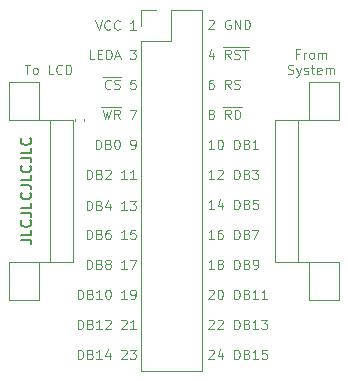
<source format=gbr>
%TF.GenerationSoftware,KiCad,Pcbnew,5.99.0-unknown-7565f60a0~106~ubuntu20.04.1*%
%TF.CreationDate,2020-12-13T15:13:58+00:00*%
%TF.ProjectId,24pin_flex_interposer,32347069-6e5f-4666-9c65-785f696e7465,rev?*%
%TF.SameCoordinates,Original*%
%TF.FileFunction,Legend,Top*%
%TF.FilePolarity,Positive*%
%FSLAX46Y46*%
G04 Gerber Fmt 4.6, Leading zero omitted, Abs format (unit mm)*
G04 Created by KiCad (PCBNEW 5.99.0-unknown-7565f60a0~106~ubuntu20.04.1) date 2020-12-13 15:13:58*
%MOMM*%
%LPD*%
G01*
G04 APERTURE LIST*
%ADD10C,0.150000*%
%ADD11C,0.100000*%
%ADD12C,0.120000*%
G04 APERTURE END LIST*
D10*
X100507142Y-93157142D02*
X101150000Y-93157142D01*
X101278571Y-93200000D01*
X101364285Y-93285714D01*
X101407142Y-93414285D01*
X101407142Y-93500000D01*
X101407142Y-92300000D02*
X101407142Y-92728571D01*
X100507142Y-92728571D01*
X101321428Y-91485714D02*
X101364285Y-91528571D01*
X101407142Y-91657142D01*
X101407142Y-91742857D01*
X101364285Y-91871428D01*
X101278571Y-91957142D01*
X101192857Y-92000000D01*
X101021428Y-92042857D01*
X100892857Y-92042857D01*
X100721428Y-92000000D01*
X100635714Y-91957142D01*
X100550000Y-91871428D01*
X100507142Y-91742857D01*
X100507142Y-91657142D01*
X100550000Y-91528571D01*
X100592857Y-91485714D01*
X100507142Y-90842857D02*
X101150000Y-90842857D01*
X101278571Y-90885714D01*
X101364285Y-90971428D01*
X101407142Y-91100000D01*
X101407142Y-91185714D01*
X101407142Y-89985714D02*
X101407142Y-90414285D01*
X100507142Y-90414285D01*
X101321428Y-89171428D02*
X101364285Y-89214285D01*
X101407142Y-89342857D01*
X101407142Y-89428571D01*
X101364285Y-89557142D01*
X101278571Y-89642857D01*
X101192857Y-89685714D01*
X101021428Y-89728571D01*
X100892857Y-89728571D01*
X100721428Y-89685714D01*
X100635714Y-89642857D01*
X100550000Y-89557142D01*
X100507142Y-89428571D01*
X100507142Y-89342857D01*
X100550000Y-89214285D01*
X100592857Y-89171428D01*
X100507142Y-88528571D02*
X101150000Y-88528571D01*
X101278571Y-88571428D01*
X101364285Y-88657142D01*
X101407142Y-88785714D01*
X101407142Y-88871428D01*
X101407142Y-87671428D02*
X101407142Y-88100000D01*
X100507142Y-88100000D01*
X101321428Y-86857142D02*
X101364285Y-86900000D01*
X101407142Y-87028571D01*
X101407142Y-87114285D01*
X101364285Y-87242857D01*
X101278571Y-87328571D01*
X101192857Y-87371428D01*
X101021428Y-87414285D01*
X100892857Y-87414285D01*
X100721428Y-87371428D01*
X100635714Y-87328571D01*
X100550000Y-87242857D01*
X100507142Y-87114285D01*
X100507142Y-87028571D01*
X100550000Y-86900000D01*
X100592857Y-86857142D01*
X100507142Y-86214285D02*
X101150000Y-86214285D01*
X101278571Y-86257142D01*
X101364285Y-86342857D01*
X101407142Y-86471428D01*
X101407142Y-86557142D01*
X101407142Y-85357142D02*
X101407142Y-85785714D01*
X100507142Y-85785714D01*
X101321428Y-84542857D02*
X101364285Y-84585714D01*
X101407142Y-84714285D01*
X101407142Y-84800000D01*
X101364285Y-84928571D01*
X101278571Y-85014285D01*
X101192857Y-85057142D01*
X101021428Y-85100000D01*
X100892857Y-85100000D01*
X100721428Y-85057142D01*
X100635714Y-85014285D01*
X100550000Y-84928571D01*
X100507142Y-84800000D01*
X100507142Y-84714285D01*
X100550000Y-84585714D01*
X100592857Y-84542857D01*
D11*
X124066428Y-77403857D02*
X123799761Y-77403857D01*
X123799761Y-77822904D02*
X123799761Y-77022904D01*
X124180714Y-77022904D01*
X124485476Y-77822904D02*
X124485476Y-77289571D01*
X124485476Y-77441952D02*
X124523571Y-77365761D01*
X124561666Y-77327666D01*
X124637857Y-77289571D01*
X124714047Y-77289571D01*
X125095000Y-77822904D02*
X125018809Y-77784809D01*
X124980714Y-77746714D01*
X124942619Y-77670523D01*
X124942619Y-77441952D01*
X124980714Y-77365761D01*
X125018809Y-77327666D01*
X125095000Y-77289571D01*
X125209285Y-77289571D01*
X125285476Y-77327666D01*
X125323571Y-77365761D01*
X125361666Y-77441952D01*
X125361666Y-77670523D01*
X125323571Y-77746714D01*
X125285476Y-77784809D01*
X125209285Y-77822904D01*
X125095000Y-77822904D01*
X125704523Y-77822904D02*
X125704523Y-77289571D01*
X125704523Y-77365761D02*
X125742619Y-77327666D01*
X125818809Y-77289571D01*
X125933095Y-77289571D01*
X126009285Y-77327666D01*
X126047380Y-77403857D01*
X126047380Y-77822904D01*
X126047380Y-77403857D02*
X126085476Y-77327666D01*
X126161666Y-77289571D01*
X126275952Y-77289571D01*
X126352142Y-77327666D01*
X126390238Y-77403857D01*
X126390238Y-77822904D01*
X123133095Y-79072809D02*
X123247380Y-79110904D01*
X123437857Y-79110904D01*
X123514047Y-79072809D01*
X123552142Y-79034714D01*
X123590238Y-78958523D01*
X123590238Y-78882333D01*
X123552142Y-78806142D01*
X123514047Y-78768047D01*
X123437857Y-78729952D01*
X123285476Y-78691857D01*
X123209285Y-78653761D01*
X123171190Y-78615666D01*
X123133095Y-78539476D01*
X123133095Y-78463285D01*
X123171190Y-78387095D01*
X123209285Y-78349000D01*
X123285476Y-78310904D01*
X123475952Y-78310904D01*
X123590238Y-78349000D01*
X123856904Y-78577571D02*
X124047380Y-79110904D01*
X124237857Y-78577571D02*
X124047380Y-79110904D01*
X123971190Y-79301380D01*
X123933095Y-79339476D01*
X123856904Y-79377571D01*
X124504523Y-79072809D02*
X124580714Y-79110904D01*
X124733095Y-79110904D01*
X124809285Y-79072809D01*
X124847380Y-78996619D01*
X124847380Y-78958523D01*
X124809285Y-78882333D01*
X124733095Y-78844238D01*
X124618809Y-78844238D01*
X124542619Y-78806142D01*
X124504523Y-78729952D01*
X124504523Y-78691857D01*
X124542619Y-78615666D01*
X124618809Y-78577571D01*
X124733095Y-78577571D01*
X124809285Y-78615666D01*
X125075952Y-78577571D02*
X125380714Y-78577571D01*
X125190238Y-78310904D02*
X125190238Y-78996619D01*
X125228333Y-79072809D01*
X125304523Y-79110904D01*
X125380714Y-79110904D01*
X125952142Y-79072809D02*
X125875952Y-79110904D01*
X125723571Y-79110904D01*
X125647380Y-79072809D01*
X125609285Y-78996619D01*
X125609285Y-78691857D01*
X125647380Y-78615666D01*
X125723571Y-78577571D01*
X125875952Y-78577571D01*
X125952142Y-78615666D01*
X125990238Y-78691857D01*
X125990238Y-78768047D01*
X125609285Y-78844238D01*
X126333095Y-79110904D02*
X126333095Y-78577571D01*
X126333095Y-78653761D02*
X126371190Y-78615666D01*
X126447380Y-78577571D01*
X126561666Y-78577571D01*
X126637857Y-78615666D01*
X126675952Y-78691857D01*
X126675952Y-79110904D01*
X126675952Y-78691857D02*
X126714047Y-78615666D01*
X126790238Y-78577571D01*
X126904523Y-78577571D01*
X126980714Y-78615666D01*
X127018809Y-78691857D01*
X127018809Y-79110904D01*
X100850952Y-78301904D02*
X101308095Y-78301904D01*
X101079523Y-79101904D02*
X101079523Y-78301904D01*
X101689047Y-79101904D02*
X101612857Y-79063809D01*
X101574761Y-79025714D01*
X101536666Y-78949523D01*
X101536666Y-78720952D01*
X101574761Y-78644761D01*
X101612857Y-78606666D01*
X101689047Y-78568571D01*
X101803333Y-78568571D01*
X101879523Y-78606666D01*
X101917619Y-78644761D01*
X101955714Y-78720952D01*
X101955714Y-78949523D01*
X101917619Y-79025714D01*
X101879523Y-79063809D01*
X101803333Y-79101904D01*
X101689047Y-79101904D01*
X103289047Y-79101904D02*
X102908095Y-79101904D01*
X102908095Y-78301904D01*
X104012857Y-79025714D02*
X103974761Y-79063809D01*
X103860476Y-79101904D01*
X103784285Y-79101904D01*
X103670000Y-79063809D01*
X103593809Y-78987619D01*
X103555714Y-78911428D01*
X103517619Y-78759047D01*
X103517619Y-78644761D01*
X103555714Y-78492380D01*
X103593809Y-78416190D01*
X103670000Y-78340000D01*
X103784285Y-78301904D01*
X103860476Y-78301904D01*
X103974761Y-78340000D01*
X104012857Y-78378095D01*
X104355714Y-79101904D02*
X104355714Y-78301904D01*
X104546190Y-78301904D01*
X104660476Y-78340000D01*
X104736666Y-78416190D01*
X104774761Y-78492380D01*
X104812857Y-78644761D01*
X104812857Y-78759047D01*
X104774761Y-78911428D01*
X104736666Y-78987619D01*
X104660476Y-79063809D01*
X104546190Y-79101904D01*
X104355714Y-79101904D01*
X116422380Y-102508095D02*
X116460476Y-102470000D01*
X116536666Y-102431904D01*
X116727142Y-102431904D01*
X116803333Y-102470000D01*
X116841428Y-102508095D01*
X116879523Y-102584285D01*
X116879523Y-102660476D01*
X116841428Y-102774761D01*
X116384285Y-103231904D01*
X116879523Y-103231904D01*
X117565238Y-102698571D02*
X117565238Y-103231904D01*
X117374761Y-102393809D02*
X117184285Y-102965238D01*
X117679523Y-102965238D01*
X118593809Y-103231904D02*
X118593809Y-102431904D01*
X118784285Y-102431904D01*
X118898571Y-102470000D01*
X118974761Y-102546190D01*
X119012857Y-102622380D01*
X119050952Y-102774761D01*
X119050952Y-102889047D01*
X119012857Y-103041428D01*
X118974761Y-103117619D01*
X118898571Y-103193809D01*
X118784285Y-103231904D01*
X118593809Y-103231904D01*
X119660476Y-102812857D02*
X119774761Y-102850952D01*
X119812857Y-102889047D01*
X119850952Y-102965238D01*
X119850952Y-103079523D01*
X119812857Y-103155714D01*
X119774761Y-103193809D01*
X119698571Y-103231904D01*
X119393809Y-103231904D01*
X119393809Y-102431904D01*
X119660476Y-102431904D01*
X119736666Y-102470000D01*
X119774761Y-102508095D01*
X119812857Y-102584285D01*
X119812857Y-102660476D01*
X119774761Y-102736666D01*
X119736666Y-102774761D01*
X119660476Y-102812857D01*
X119393809Y-102812857D01*
X120612857Y-103231904D02*
X120155714Y-103231904D01*
X120384285Y-103231904D02*
X120384285Y-102431904D01*
X120308095Y-102546190D01*
X120231904Y-102622380D01*
X120155714Y-102660476D01*
X121336666Y-102431904D02*
X120955714Y-102431904D01*
X120917619Y-102812857D01*
X120955714Y-102774761D01*
X121031904Y-102736666D01*
X121222380Y-102736666D01*
X121298571Y-102774761D01*
X121336666Y-102812857D01*
X121374761Y-102889047D01*
X121374761Y-103079523D01*
X121336666Y-103155714D01*
X121298571Y-103193809D01*
X121222380Y-103231904D01*
X121031904Y-103231904D01*
X120955714Y-103193809D01*
X120917619Y-103155714D01*
X116422380Y-99968095D02*
X116460476Y-99930000D01*
X116536666Y-99891904D01*
X116727142Y-99891904D01*
X116803333Y-99930000D01*
X116841428Y-99968095D01*
X116879523Y-100044285D01*
X116879523Y-100120476D01*
X116841428Y-100234761D01*
X116384285Y-100691904D01*
X116879523Y-100691904D01*
X117184285Y-99968095D02*
X117222380Y-99930000D01*
X117298571Y-99891904D01*
X117489047Y-99891904D01*
X117565238Y-99930000D01*
X117603333Y-99968095D01*
X117641428Y-100044285D01*
X117641428Y-100120476D01*
X117603333Y-100234761D01*
X117146190Y-100691904D01*
X117641428Y-100691904D01*
X118593809Y-100691904D02*
X118593809Y-99891904D01*
X118784285Y-99891904D01*
X118898571Y-99930000D01*
X118974761Y-100006190D01*
X119012857Y-100082380D01*
X119050952Y-100234761D01*
X119050952Y-100349047D01*
X119012857Y-100501428D01*
X118974761Y-100577619D01*
X118898571Y-100653809D01*
X118784285Y-100691904D01*
X118593809Y-100691904D01*
X119660476Y-100272857D02*
X119774761Y-100310952D01*
X119812857Y-100349047D01*
X119850952Y-100425238D01*
X119850952Y-100539523D01*
X119812857Y-100615714D01*
X119774761Y-100653809D01*
X119698571Y-100691904D01*
X119393809Y-100691904D01*
X119393809Y-99891904D01*
X119660476Y-99891904D01*
X119736666Y-99930000D01*
X119774761Y-99968095D01*
X119812857Y-100044285D01*
X119812857Y-100120476D01*
X119774761Y-100196666D01*
X119736666Y-100234761D01*
X119660476Y-100272857D01*
X119393809Y-100272857D01*
X120612857Y-100691904D02*
X120155714Y-100691904D01*
X120384285Y-100691904D02*
X120384285Y-99891904D01*
X120308095Y-100006190D01*
X120231904Y-100082380D01*
X120155714Y-100120476D01*
X120879523Y-99891904D02*
X121374761Y-99891904D01*
X121108095Y-100196666D01*
X121222380Y-100196666D01*
X121298571Y-100234761D01*
X121336666Y-100272857D01*
X121374761Y-100349047D01*
X121374761Y-100539523D01*
X121336666Y-100615714D01*
X121298571Y-100653809D01*
X121222380Y-100691904D01*
X120993809Y-100691904D01*
X120917619Y-100653809D01*
X120879523Y-100615714D01*
X116422380Y-97428095D02*
X116460476Y-97390000D01*
X116536666Y-97351904D01*
X116727142Y-97351904D01*
X116803333Y-97390000D01*
X116841428Y-97428095D01*
X116879523Y-97504285D01*
X116879523Y-97580476D01*
X116841428Y-97694761D01*
X116384285Y-98151904D01*
X116879523Y-98151904D01*
X117374761Y-97351904D02*
X117450952Y-97351904D01*
X117527142Y-97390000D01*
X117565238Y-97428095D01*
X117603333Y-97504285D01*
X117641428Y-97656666D01*
X117641428Y-97847142D01*
X117603333Y-97999523D01*
X117565238Y-98075714D01*
X117527142Y-98113809D01*
X117450952Y-98151904D01*
X117374761Y-98151904D01*
X117298571Y-98113809D01*
X117260476Y-98075714D01*
X117222380Y-97999523D01*
X117184285Y-97847142D01*
X117184285Y-97656666D01*
X117222380Y-97504285D01*
X117260476Y-97428095D01*
X117298571Y-97390000D01*
X117374761Y-97351904D01*
X118593809Y-98151904D02*
X118593809Y-97351904D01*
X118784285Y-97351904D01*
X118898571Y-97390000D01*
X118974761Y-97466190D01*
X119012857Y-97542380D01*
X119050952Y-97694761D01*
X119050952Y-97809047D01*
X119012857Y-97961428D01*
X118974761Y-98037619D01*
X118898571Y-98113809D01*
X118784285Y-98151904D01*
X118593809Y-98151904D01*
X119660476Y-97732857D02*
X119774761Y-97770952D01*
X119812857Y-97809047D01*
X119850952Y-97885238D01*
X119850952Y-97999523D01*
X119812857Y-98075714D01*
X119774761Y-98113809D01*
X119698571Y-98151904D01*
X119393809Y-98151904D01*
X119393809Y-97351904D01*
X119660476Y-97351904D01*
X119736666Y-97390000D01*
X119774761Y-97428095D01*
X119812857Y-97504285D01*
X119812857Y-97580476D01*
X119774761Y-97656666D01*
X119736666Y-97694761D01*
X119660476Y-97732857D01*
X119393809Y-97732857D01*
X120612857Y-98151904D02*
X120155714Y-98151904D01*
X120384285Y-98151904D02*
X120384285Y-97351904D01*
X120308095Y-97466190D01*
X120231904Y-97542380D01*
X120155714Y-97580476D01*
X121374761Y-98151904D02*
X120917619Y-98151904D01*
X121146190Y-98151904D02*
X121146190Y-97351904D01*
X121070000Y-97466190D01*
X120993809Y-97542380D01*
X120917619Y-97580476D01*
X116879523Y-95611904D02*
X116422380Y-95611904D01*
X116650952Y-95611904D02*
X116650952Y-94811904D01*
X116574761Y-94926190D01*
X116498571Y-95002380D01*
X116422380Y-95040476D01*
X117336666Y-95154761D02*
X117260476Y-95116666D01*
X117222380Y-95078571D01*
X117184285Y-95002380D01*
X117184285Y-94964285D01*
X117222380Y-94888095D01*
X117260476Y-94850000D01*
X117336666Y-94811904D01*
X117489047Y-94811904D01*
X117565238Y-94850000D01*
X117603333Y-94888095D01*
X117641428Y-94964285D01*
X117641428Y-95002380D01*
X117603333Y-95078571D01*
X117565238Y-95116666D01*
X117489047Y-95154761D01*
X117336666Y-95154761D01*
X117260476Y-95192857D01*
X117222380Y-95230952D01*
X117184285Y-95307142D01*
X117184285Y-95459523D01*
X117222380Y-95535714D01*
X117260476Y-95573809D01*
X117336666Y-95611904D01*
X117489047Y-95611904D01*
X117565238Y-95573809D01*
X117603333Y-95535714D01*
X117641428Y-95459523D01*
X117641428Y-95307142D01*
X117603333Y-95230952D01*
X117565238Y-95192857D01*
X117489047Y-95154761D01*
X118593809Y-95611904D02*
X118593809Y-94811904D01*
X118784285Y-94811904D01*
X118898571Y-94850000D01*
X118974761Y-94926190D01*
X119012857Y-95002380D01*
X119050952Y-95154761D01*
X119050952Y-95269047D01*
X119012857Y-95421428D01*
X118974761Y-95497619D01*
X118898571Y-95573809D01*
X118784285Y-95611904D01*
X118593809Y-95611904D01*
X119660476Y-95192857D02*
X119774761Y-95230952D01*
X119812857Y-95269047D01*
X119850952Y-95345238D01*
X119850952Y-95459523D01*
X119812857Y-95535714D01*
X119774761Y-95573809D01*
X119698571Y-95611904D01*
X119393809Y-95611904D01*
X119393809Y-94811904D01*
X119660476Y-94811904D01*
X119736666Y-94850000D01*
X119774761Y-94888095D01*
X119812857Y-94964285D01*
X119812857Y-95040476D01*
X119774761Y-95116666D01*
X119736666Y-95154761D01*
X119660476Y-95192857D01*
X119393809Y-95192857D01*
X120231904Y-95611904D02*
X120384285Y-95611904D01*
X120460476Y-95573809D01*
X120498571Y-95535714D01*
X120574761Y-95421428D01*
X120612857Y-95269047D01*
X120612857Y-94964285D01*
X120574761Y-94888095D01*
X120536666Y-94850000D01*
X120460476Y-94811904D01*
X120308095Y-94811904D01*
X120231904Y-94850000D01*
X120193809Y-94888095D01*
X120155714Y-94964285D01*
X120155714Y-95154761D01*
X120193809Y-95230952D01*
X120231904Y-95269047D01*
X120308095Y-95307142D01*
X120460476Y-95307142D01*
X120536666Y-95269047D01*
X120574761Y-95230952D01*
X120612857Y-95154761D01*
X116879523Y-93071904D02*
X116422380Y-93071904D01*
X116650952Y-93071904D02*
X116650952Y-92271904D01*
X116574761Y-92386190D01*
X116498571Y-92462380D01*
X116422380Y-92500476D01*
X117565238Y-92271904D02*
X117412857Y-92271904D01*
X117336666Y-92310000D01*
X117298571Y-92348095D01*
X117222380Y-92462380D01*
X117184285Y-92614761D01*
X117184285Y-92919523D01*
X117222380Y-92995714D01*
X117260476Y-93033809D01*
X117336666Y-93071904D01*
X117489047Y-93071904D01*
X117565238Y-93033809D01*
X117603333Y-92995714D01*
X117641428Y-92919523D01*
X117641428Y-92729047D01*
X117603333Y-92652857D01*
X117565238Y-92614761D01*
X117489047Y-92576666D01*
X117336666Y-92576666D01*
X117260476Y-92614761D01*
X117222380Y-92652857D01*
X117184285Y-92729047D01*
X118593809Y-93071904D02*
X118593809Y-92271904D01*
X118784285Y-92271904D01*
X118898571Y-92310000D01*
X118974761Y-92386190D01*
X119012857Y-92462380D01*
X119050952Y-92614761D01*
X119050952Y-92729047D01*
X119012857Y-92881428D01*
X118974761Y-92957619D01*
X118898571Y-93033809D01*
X118784285Y-93071904D01*
X118593809Y-93071904D01*
X119660476Y-92652857D02*
X119774761Y-92690952D01*
X119812857Y-92729047D01*
X119850952Y-92805238D01*
X119850952Y-92919523D01*
X119812857Y-92995714D01*
X119774761Y-93033809D01*
X119698571Y-93071904D01*
X119393809Y-93071904D01*
X119393809Y-92271904D01*
X119660476Y-92271904D01*
X119736666Y-92310000D01*
X119774761Y-92348095D01*
X119812857Y-92424285D01*
X119812857Y-92500476D01*
X119774761Y-92576666D01*
X119736666Y-92614761D01*
X119660476Y-92652857D01*
X119393809Y-92652857D01*
X120117619Y-92271904D02*
X120650952Y-92271904D01*
X120308095Y-93071904D01*
X116879523Y-90531904D02*
X116422380Y-90531904D01*
X116650952Y-90531904D02*
X116650952Y-89731904D01*
X116574761Y-89846190D01*
X116498571Y-89922380D01*
X116422380Y-89960476D01*
X117565238Y-89998571D02*
X117565238Y-90531904D01*
X117374761Y-89693809D02*
X117184285Y-90265238D01*
X117679523Y-90265238D01*
X118593809Y-90531904D02*
X118593809Y-89731904D01*
X118784285Y-89731904D01*
X118898571Y-89770000D01*
X118974761Y-89846190D01*
X119012857Y-89922380D01*
X119050952Y-90074761D01*
X119050952Y-90189047D01*
X119012857Y-90341428D01*
X118974761Y-90417619D01*
X118898571Y-90493809D01*
X118784285Y-90531904D01*
X118593809Y-90531904D01*
X119660476Y-90112857D02*
X119774761Y-90150952D01*
X119812857Y-90189047D01*
X119850952Y-90265238D01*
X119850952Y-90379523D01*
X119812857Y-90455714D01*
X119774761Y-90493809D01*
X119698571Y-90531904D01*
X119393809Y-90531904D01*
X119393809Y-89731904D01*
X119660476Y-89731904D01*
X119736666Y-89770000D01*
X119774761Y-89808095D01*
X119812857Y-89884285D01*
X119812857Y-89960476D01*
X119774761Y-90036666D01*
X119736666Y-90074761D01*
X119660476Y-90112857D01*
X119393809Y-90112857D01*
X120574761Y-89731904D02*
X120193809Y-89731904D01*
X120155714Y-90112857D01*
X120193809Y-90074761D01*
X120270000Y-90036666D01*
X120460476Y-90036666D01*
X120536666Y-90074761D01*
X120574761Y-90112857D01*
X120612857Y-90189047D01*
X120612857Y-90379523D01*
X120574761Y-90455714D01*
X120536666Y-90493809D01*
X120460476Y-90531904D01*
X120270000Y-90531904D01*
X120193809Y-90493809D01*
X120155714Y-90455714D01*
X116879523Y-87991904D02*
X116422380Y-87991904D01*
X116650952Y-87991904D02*
X116650952Y-87191904D01*
X116574761Y-87306190D01*
X116498571Y-87382380D01*
X116422380Y-87420476D01*
X117184285Y-87268095D02*
X117222380Y-87230000D01*
X117298571Y-87191904D01*
X117489047Y-87191904D01*
X117565238Y-87230000D01*
X117603333Y-87268095D01*
X117641428Y-87344285D01*
X117641428Y-87420476D01*
X117603333Y-87534761D01*
X117146190Y-87991904D01*
X117641428Y-87991904D01*
X118593809Y-87991904D02*
X118593809Y-87191904D01*
X118784285Y-87191904D01*
X118898571Y-87230000D01*
X118974761Y-87306190D01*
X119012857Y-87382380D01*
X119050952Y-87534761D01*
X119050952Y-87649047D01*
X119012857Y-87801428D01*
X118974761Y-87877619D01*
X118898571Y-87953809D01*
X118784285Y-87991904D01*
X118593809Y-87991904D01*
X119660476Y-87572857D02*
X119774761Y-87610952D01*
X119812857Y-87649047D01*
X119850952Y-87725238D01*
X119850952Y-87839523D01*
X119812857Y-87915714D01*
X119774761Y-87953809D01*
X119698571Y-87991904D01*
X119393809Y-87991904D01*
X119393809Y-87191904D01*
X119660476Y-87191904D01*
X119736666Y-87230000D01*
X119774761Y-87268095D01*
X119812857Y-87344285D01*
X119812857Y-87420476D01*
X119774761Y-87496666D01*
X119736666Y-87534761D01*
X119660476Y-87572857D01*
X119393809Y-87572857D01*
X120117619Y-87191904D02*
X120612857Y-87191904D01*
X120346190Y-87496666D01*
X120460476Y-87496666D01*
X120536666Y-87534761D01*
X120574761Y-87572857D01*
X120612857Y-87649047D01*
X120612857Y-87839523D01*
X120574761Y-87915714D01*
X120536666Y-87953809D01*
X120460476Y-87991904D01*
X120231904Y-87991904D01*
X120155714Y-87953809D01*
X120117619Y-87915714D01*
X116879523Y-85451904D02*
X116422380Y-85451904D01*
X116650952Y-85451904D02*
X116650952Y-84651904D01*
X116574761Y-84766190D01*
X116498571Y-84842380D01*
X116422380Y-84880476D01*
X117374761Y-84651904D02*
X117450952Y-84651904D01*
X117527142Y-84690000D01*
X117565238Y-84728095D01*
X117603333Y-84804285D01*
X117641428Y-84956666D01*
X117641428Y-85147142D01*
X117603333Y-85299523D01*
X117565238Y-85375714D01*
X117527142Y-85413809D01*
X117450952Y-85451904D01*
X117374761Y-85451904D01*
X117298571Y-85413809D01*
X117260476Y-85375714D01*
X117222380Y-85299523D01*
X117184285Y-85147142D01*
X117184285Y-84956666D01*
X117222380Y-84804285D01*
X117260476Y-84728095D01*
X117298571Y-84690000D01*
X117374761Y-84651904D01*
X118593809Y-85451904D02*
X118593809Y-84651904D01*
X118784285Y-84651904D01*
X118898571Y-84690000D01*
X118974761Y-84766190D01*
X119012857Y-84842380D01*
X119050952Y-84994761D01*
X119050952Y-85109047D01*
X119012857Y-85261428D01*
X118974761Y-85337619D01*
X118898571Y-85413809D01*
X118784285Y-85451904D01*
X118593809Y-85451904D01*
X119660476Y-85032857D02*
X119774761Y-85070952D01*
X119812857Y-85109047D01*
X119850952Y-85185238D01*
X119850952Y-85299523D01*
X119812857Y-85375714D01*
X119774761Y-85413809D01*
X119698571Y-85451904D01*
X119393809Y-85451904D01*
X119393809Y-84651904D01*
X119660476Y-84651904D01*
X119736666Y-84690000D01*
X119774761Y-84728095D01*
X119812857Y-84804285D01*
X119812857Y-84880476D01*
X119774761Y-84956666D01*
X119736666Y-84994761D01*
X119660476Y-85032857D01*
X119393809Y-85032857D01*
X120612857Y-85451904D02*
X120155714Y-85451904D01*
X120384285Y-85451904D02*
X120384285Y-84651904D01*
X120308095Y-84766190D01*
X120231904Y-84842380D01*
X120155714Y-84880476D01*
X116574761Y-82454761D02*
X116498571Y-82416666D01*
X116460476Y-82378571D01*
X116422380Y-82302380D01*
X116422380Y-82264285D01*
X116460476Y-82188095D01*
X116498571Y-82150000D01*
X116574761Y-82111904D01*
X116727142Y-82111904D01*
X116803333Y-82150000D01*
X116841428Y-82188095D01*
X116879523Y-82264285D01*
X116879523Y-82302380D01*
X116841428Y-82378571D01*
X116803333Y-82416666D01*
X116727142Y-82454761D01*
X116574761Y-82454761D01*
X116498571Y-82492857D01*
X116460476Y-82530952D01*
X116422380Y-82607142D01*
X116422380Y-82759523D01*
X116460476Y-82835714D01*
X116498571Y-82873809D01*
X116574761Y-82911904D01*
X116727142Y-82911904D01*
X116803333Y-82873809D01*
X116841428Y-82835714D01*
X116879523Y-82759523D01*
X116879523Y-82607142D01*
X116841428Y-82530952D01*
X116803333Y-82492857D01*
X116727142Y-82454761D01*
X117641428Y-81886000D02*
X118441428Y-81886000D01*
X118289047Y-82911904D02*
X118022380Y-82530952D01*
X117831904Y-82911904D02*
X117831904Y-82111904D01*
X118136666Y-82111904D01*
X118212857Y-82150000D01*
X118250952Y-82188095D01*
X118289047Y-82264285D01*
X118289047Y-82378571D01*
X118250952Y-82454761D01*
X118212857Y-82492857D01*
X118136666Y-82530952D01*
X117831904Y-82530952D01*
X118441428Y-81886000D02*
X119241428Y-81886000D01*
X118631904Y-82911904D02*
X118631904Y-82111904D01*
X118822380Y-82111904D01*
X118936666Y-82150000D01*
X119012857Y-82226190D01*
X119050952Y-82302380D01*
X119089047Y-82454761D01*
X119089047Y-82569047D01*
X119050952Y-82721428D01*
X119012857Y-82797619D01*
X118936666Y-82873809D01*
X118822380Y-82911904D01*
X118631904Y-82911904D01*
X116803333Y-79571904D02*
X116650952Y-79571904D01*
X116574761Y-79610000D01*
X116536666Y-79648095D01*
X116460476Y-79762380D01*
X116422380Y-79914761D01*
X116422380Y-80219523D01*
X116460476Y-80295714D01*
X116498571Y-80333809D01*
X116574761Y-80371904D01*
X116727142Y-80371904D01*
X116803333Y-80333809D01*
X116841428Y-80295714D01*
X116879523Y-80219523D01*
X116879523Y-80029047D01*
X116841428Y-79952857D01*
X116803333Y-79914761D01*
X116727142Y-79876666D01*
X116574761Y-79876666D01*
X116498571Y-79914761D01*
X116460476Y-79952857D01*
X116422380Y-80029047D01*
X118289047Y-80371904D02*
X118022380Y-79990952D01*
X117831904Y-80371904D02*
X117831904Y-79571904D01*
X118136666Y-79571904D01*
X118212857Y-79610000D01*
X118250952Y-79648095D01*
X118289047Y-79724285D01*
X118289047Y-79838571D01*
X118250952Y-79914761D01*
X118212857Y-79952857D01*
X118136666Y-79990952D01*
X117831904Y-79990952D01*
X118593809Y-80333809D02*
X118708095Y-80371904D01*
X118898571Y-80371904D01*
X118974761Y-80333809D01*
X119012857Y-80295714D01*
X119050952Y-80219523D01*
X119050952Y-80143333D01*
X119012857Y-80067142D01*
X118974761Y-80029047D01*
X118898571Y-79990952D01*
X118746190Y-79952857D01*
X118670000Y-79914761D01*
X118631904Y-79876666D01*
X118593809Y-79800476D01*
X118593809Y-79724285D01*
X118631904Y-79648095D01*
X118670000Y-79610000D01*
X118746190Y-79571904D01*
X118936666Y-79571904D01*
X119050952Y-79610000D01*
X116422380Y-74568095D02*
X116460476Y-74530000D01*
X116536666Y-74491904D01*
X116727142Y-74491904D01*
X116803333Y-74530000D01*
X116841428Y-74568095D01*
X116879523Y-74644285D01*
X116879523Y-74720476D01*
X116841428Y-74834761D01*
X116384285Y-75291904D01*
X116879523Y-75291904D01*
X118250952Y-74530000D02*
X118174761Y-74491904D01*
X118060476Y-74491904D01*
X117946190Y-74530000D01*
X117870000Y-74606190D01*
X117831904Y-74682380D01*
X117793809Y-74834761D01*
X117793809Y-74949047D01*
X117831904Y-75101428D01*
X117870000Y-75177619D01*
X117946190Y-75253809D01*
X118060476Y-75291904D01*
X118136666Y-75291904D01*
X118250952Y-75253809D01*
X118289047Y-75215714D01*
X118289047Y-74949047D01*
X118136666Y-74949047D01*
X118631904Y-75291904D02*
X118631904Y-74491904D01*
X119089047Y-75291904D01*
X119089047Y-74491904D01*
X119470000Y-75291904D02*
X119470000Y-74491904D01*
X119660476Y-74491904D01*
X119774761Y-74530000D01*
X119850952Y-74606190D01*
X119889047Y-74682380D01*
X119927142Y-74834761D01*
X119927142Y-74949047D01*
X119889047Y-75101428D01*
X119850952Y-75177619D01*
X119774761Y-75253809D01*
X119660476Y-75291904D01*
X119470000Y-75291904D01*
X116803333Y-77298571D02*
X116803333Y-77831904D01*
X116612857Y-76993809D02*
X116422380Y-77565238D01*
X116917619Y-77565238D01*
X117641428Y-76806000D02*
X118441428Y-76806000D01*
X118289047Y-77831904D02*
X118022380Y-77450952D01*
X117831904Y-77831904D02*
X117831904Y-77031904D01*
X118136666Y-77031904D01*
X118212857Y-77070000D01*
X118250952Y-77108095D01*
X118289047Y-77184285D01*
X118289047Y-77298571D01*
X118250952Y-77374761D01*
X118212857Y-77412857D01*
X118136666Y-77450952D01*
X117831904Y-77450952D01*
X118441428Y-76806000D02*
X119203333Y-76806000D01*
X118593809Y-77793809D02*
X118708095Y-77831904D01*
X118898571Y-77831904D01*
X118974761Y-77793809D01*
X119012857Y-77755714D01*
X119050952Y-77679523D01*
X119050952Y-77603333D01*
X119012857Y-77527142D01*
X118974761Y-77489047D01*
X118898571Y-77450952D01*
X118746190Y-77412857D01*
X118670000Y-77374761D01*
X118631904Y-77336666D01*
X118593809Y-77260476D01*
X118593809Y-77184285D01*
X118631904Y-77108095D01*
X118670000Y-77070000D01*
X118746190Y-77031904D01*
X118936666Y-77031904D01*
X119050952Y-77070000D01*
X119203333Y-76806000D02*
X119812857Y-76806000D01*
X119279523Y-77031904D02*
X119736666Y-77031904D01*
X119508095Y-77831904D02*
X119508095Y-77031904D01*
X105358333Y-103231904D02*
X105358333Y-102431904D01*
X105548809Y-102431904D01*
X105663095Y-102470000D01*
X105739285Y-102546190D01*
X105777380Y-102622380D01*
X105815476Y-102774761D01*
X105815476Y-102889047D01*
X105777380Y-103041428D01*
X105739285Y-103117619D01*
X105663095Y-103193809D01*
X105548809Y-103231904D01*
X105358333Y-103231904D01*
X106425000Y-102812857D02*
X106539285Y-102850952D01*
X106577380Y-102889047D01*
X106615476Y-102965238D01*
X106615476Y-103079523D01*
X106577380Y-103155714D01*
X106539285Y-103193809D01*
X106463095Y-103231904D01*
X106158333Y-103231904D01*
X106158333Y-102431904D01*
X106425000Y-102431904D01*
X106501190Y-102470000D01*
X106539285Y-102508095D01*
X106577380Y-102584285D01*
X106577380Y-102660476D01*
X106539285Y-102736666D01*
X106501190Y-102774761D01*
X106425000Y-102812857D01*
X106158333Y-102812857D01*
X107377380Y-103231904D02*
X106920238Y-103231904D01*
X107148809Y-103231904D02*
X107148809Y-102431904D01*
X107072619Y-102546190D01*
X106996428Y-102622380D01*
X106920238Y-102660476D01*
X108063095Y-102698571D02*
X108063095Y-103231904D01*
X107872619Y-102393809D02*
X107682142Y-102965238D01*
X108177380Y-102965238D01*
X109053571Y-102508095D02*
X109091666Y-102470000D01*
X109167857Y-102431904D01*
X109358333Y-102431904D01*
X109434523Y-102470000D01*
X109472619Y-102508095D01*
X109510714Y-102584285D01*
X109510714Y-102660476D01*
X109472619Y-102774761D01*
X109015476Y-103231904D01*
X109510714Y-103231904D01*
X109777380Y-102431904D02*
X110272619Y-102431904D01*
X110005952Y-102736666D01*
X110120238Y-102736666D01*
X110196428Y-102774761D01*
X110234523Y-102812857D01*
X110272619Y-102889047D01*
X110272619Y-103079523D01*
X110234523Y-103155714D01*
X110196428Y-103193809D01*
X110120238Y-103231904D01*
X109891666Y-103231904D01*
X109815476Y-103193809D01*
X109777380Y-103155714D01*
X105358333Y-100691904D02*
X105358333Y-99891904D01*
X105548809Y-99891904D01*
X105663095Y-99930000D01*
X105739285Y-100006190D01*
X105777380Y-100082380D01*
X105815476Y-100234761D01*
X105815476Y-100349047D01*
X105777380Y-100501428D01*
X105739285Y-100577619D01*
X105663095Y-100653809D01*
X105548809Y-100691904D01*
X105358333Y-100691904D01*
X106425000Y-100272857D02*
X106539285Y-100310952D01*
X106577380Y-100349047D01*
X106615476Y-100425238D01*
X106615476Y-100539523D01*
X106577380Y-100615714D01*
X106539285Y-100653809D01*
X106463095Y-100691904D01*
X106158333Y-100691904D01*
X106158333Y-99891904D01*
X106425000Y-99891904D01*
X106501190Y-99930000D01*
X106539285Y-99968095D01*
X106577380Y-100044285D01*
X106577380Y-100120476D01*
X106539285Y-100196666D01*
X106501190Y-100234761D01*
X106425000Y-100272857D01*
X106158333Y-100272857D01*
X107377380Y-100691904D02*
X106920238Y-100691904D01*
X107148809Y-100691904D02*
X107148809Y-99891904D01*
X107072619Y-100006190D01*
X106996428Y-100082380D01*
X106920238Y-100120476D01*
X107682142Y-99968095D02*
X107720238Y-99930000D01*
X107796428Y-99891904D01*
X107986904Y-99891904D01*
X108063095Y-99930000D01*
X108101190Y-99968095D01*
X108139285Y-100044285D01*
X108139285Y-100120476D01*
X108101190Y-100234761D01*
X107644047Y-100691904D01*
X108139285Y-100691904D01*
X109053571Y-99968095D02*
X109091666Y-99930000D01*
X109167857Y-99891904D01*
X109358333Y-99891904D01*
X109434523Y-99930000D01*
X109472619Y-99968095D01*
X109510714Y-100044285D01*
X109510714Y-100120476D01*
X109472619Y-100234761D01*
X109015476Y-100691904D01*
X109510714Y-100691904D01*
X110272619Y-100691904D02*
X109815476Y-100691904D01*
X110044047Y-100691904D02*
X110044047Y-99891904D01*
X109967857Y-100006190D01*
X109891666Y-100082380D01*
X109815476Y-100120476D01*
X105358333Y-98151904D02*
X105358333Y-97351904D01*
X105548809Y-97351904D01*
X105663095Y-97390000D01*
X105739285Y-97466190D01*
X105777380Y-97542380D01*
X105815476Y-97694761D01*
X105815476Y-97809047D01*
X105777380Y-97961428D01*
X105739285Y-98037619D01*
X105663095Y-98113809D01*
X105548809Y-98151904D01*
X105358333Y-98151904D01*
X106425000Y-97732857D02*
X106539285Y-97770952D01*
X106577380Y-97809047D01*
X106615476Y-97885238D01*
X106615476Y-97999523D01*
X106577380Y-98075714D01*
X106539285Y-98113809D01*
X106463095Y-98151904D01*
X106158333Y-98151904D01*
X106158333Y-97351904D01*
X106425000Y-97351904D01*
X106501190Y-97390000D01*
X106539285Y-97428095D01*
X106577380Y-97504285D01*
X106577380Y-97580476D01*
X106539285Y-97656666D01*
X106501190Y-97694761D01*
X106425000Y-97732857D01*
X106158333Y-97732857D01*
X107377380Y-98151904D02*
X106920238Y-98151904D01*
X107148809Y-98151904D02*
X107148809Y-97351904D01*
X107072619Y-97466190D01*
X106996428Y-97542380D01*
X106920238Y-97580476D01*
X107872619Y-97351904D02*
X107948809Y-97351904D01*
X108025000Y-97390000D01*
X108063095Y-97428095D01*
X108101190Y-97504285D01*
X108139285Y-97656666D01*
X108139285Y-97847142D01*
X108101190Y-97999523D01*
X108063095Y-98075714D01*
X108025000Y-98113809D01*
X107948809Y-98151904D01*
X107872619Y-98151904D01*
X107796428Y-98113809D01*
X107758333Y-98075714D01*
X107720238Y-97999523D01*
X107682142Y-97847142D01*
X107682142Y-97656666D01*
X107720238Y-97504285D01*
X107758333Y-97428095D01*
X107796428Y-97390000D01*
X107872619Y-97351904D01*
X109510714Y-98151904D02*
X109053571Y-98151904D01*
X109282142Y-98151904D02*
X109282142Y-97351904D01*
X109205952Y-97466190D01*
X109129761Y-97542380D01*
X109053571Y-97580476D01*
X109891666Y-98151904D02*
X110044047Y-98151904D01*
X110120238Y-98113809D01*
X110158333Y-98075714D01*
X110234523Y-97961428D01*
X110272619Y-97809047D01*
X110272619Y-97504285D01*
X110234523Y-97428095D01*
X110196428Y-97390000D01*
X110120238Y-97351904D01*
X109967857Y-97351904D01*
X109891666Y-97390000D01*
X109853571Y-97428095D01*
X109815476Y-97504285D01*
X109815476Y-97694761D01*
X109853571Y-97770952D01*
X109891666Y-97809047D01*
X109967857Y-97847142D01*
X110120238Y-97847142D01*
X110196428Y-97809047D01*
X110234523Y-97770952D01*
X110272619Y-97694761D01*
X106120238Y-95611904D02*
X106120238Y-94811904D01*
X106310714Y-94811904D01*
X106425000Y-94850000D01*
X106501190Y-94926190D01*
X106539285Y-95002380D01*
X106577380Y-95154761D01*
X106577380Y-95269047D01*
X106539285Y-95421428D01*
X106501190Y-95497619D01*
X106425000Y-95573809D01*
X106310714Y-95611904D01*
X106120238Y-95611904D01*
X107186904Y-95192857D02*
X107301190Y-95230952D01*
X107339285Y-95269047D01*
X107377380Y-95345238D01*
X107377380Y-95459523D01*
X107339285Y-95535714D01*
X107301190Y-95573809D01*
X107225000Y-95611904D01*
X106920238Y-95611904D01*
X106920238Y-94811904D01*
X107186904Y-94811904D01*
X107263095Y-94850000D01*
X107301190Y-94888095D01*
X107339285Y-94964285D01*
X107339285Y-95040476D01*
X107301190Y-95116666D01*
X107263095Y-95154761D01*
X107186904Y-95192857D01*
X106920238Y-95192857D01*
X107834523Y-95154761D02*
X107758333Y-95116666D01*
X107720238Y-95078571D01*
X107682142Y-95002380D01*
X107682142Y-94964285D01*
X107720238Y-94888095D01*
X107758333Y-94850000D01*
X107834523Y-94811904D01*
X107986904Y-94811904D01*
X108063095Y-94850000D01*
X108101190Y-94888095D01*
X108139285Y-94964285D01*
X108139285Y-95002380D01*
X108101190Y-95078571D01*
X108063095Y-95116666D01*
X107986904Y-95154761D01*
X107834523Y-95154761D01*
X107758333Y-95192857D01*
X107720238Y-95230952D01*
X107682142Y-95307142D01*
X107682142Y-95459523D01*
X107720238Y-95535714D01*
X107758333Y-95573809D01*
X107834523Y-95611904D01*
X107986904Y-95611904D01*
X108063095Y-95573809D01*
X108101190Y-95535714D01*
X108139285Y-95459523D01*
X108139285Y-95307142D01*
X108101190Y-95230952D01*
X108063095Y-95192857D01*
X107986904Y-95154761D01*
X109510714Y-95611904D02*
X109053571Y-95611904D01*
X109282142Y-95611904D02*
X109282142Y-94811904D01*
X109205952Y-94926190D01*
X109129761Y-95002380D01*
X109053571Y-95040476D01*
X109777380Y-94811904D02*
X110310714Y-94811904D01*
X109967857Y-95611904D01*
X106120238Y-93071904D02*
X106120238Y-92271904D01*
X106310714Y-92271904D01*
X106425000Y-92310000D01*
X106501190Y-92386190D01*
X106539285Y-92462380D01*
X106577380Y-92614761D01*
X106577380Y-92729047D01*
X106539285Y-92881428D01*
X106501190Y-92957619D01*
X106425000Y-93033809D01*
X106310714Y-93071904D01*
X106120238Y-93071904D01*
X107186904Y-92652857D02*
X107301190Y-92690952D01*
X107339285Y-92729047D01*
X107377380Y-92805238D01*
X107377380Y-92919523D01*
X107339285Y-92995714D01*
X107301190Y-93033809D01*
X107225000Y-93071904D01*
X106920238Y-93071904D01*
X106920238Y-92271904D01*
X107186904Y-92271904D01*
X107263095Y-92310000D01*
X107301190Y-92348095D01*
X107339285Y-92424285D01*
X107339285Y-92500476D01*
X107301190Y-92576666D01*
X107263095Y-92614761D01*
X107186904Y-92652857D01*
X106920238Y-92652857D01*
X108063095Y-92271904D02*
X107910714Y-92271904D01*
X107834523Y-92310000D01*
X107796428Y-92348095D01*
X107720238Y-92462380D01*
X107682142Y-92614761D01*
X107682142Y-92919523D01*
X107720238Y-92995714D01*
X107758333Y-93033809D01*
X107834523Y-93071904D01*
X107986904Y-93071904D01*
X108063095Y-93033809D01*
X108101190Y-92995714D01*
X108139285Y-92919523D01*
X108139285Y-92729047D01*
X108101190Y-92652857D01*
X108063095Y-92614761D01*
X107986904Y-92576666D01*
X107834523Y-92576666D01*
X107758333Y-92614761D01*
X107720238Y-92652857D01*
X107682142Y-92729047D01*
X109510714Y-93071904D02*
X109053571Y-93071904D01*
X109282142Y-93071904D02*
X109282142Y-92271904D01*
X109205952Y-92386190D01*
X109129761Y-92462380D01*
X109053571Y-92500476D01*
X110234523Y-92271904D02*
X109853571Y-92271904D01*
X109815476Y-92652857D01*
X109853571Y-92614761D01*
X109929761Y-92576666D01*
X110120238Y-92576666D01*
X110196428Y-92614761D01*
X110234523Y-92652857D01*
X110272619Y-92729047D01*
X110272619Y-92919523D01*
X110234523Y-92995714D01*
X110196428Y-93033809D01*
X110120238Y-93071904D01*
X109929761Y-93071904D01*
X109853571Y-93033809D01*
X109815476Y-92995714D01*
X106120238Y-90631904D02*
X106120238Y-89831904D01*
X106310714Y-89831904D01*
X106425000Y-89870000D01*
X106501190Y-89946190D01*
X106539285Y-90022380D01*
X106577380Y-90174761D01*
X106577380Y-90289047D01*
X106539285Y-90441428D01*
X106501190Y-90517619D01*
X106425000Y-90593809D01*
X106310714Y-90631904D01*
X106120238Y-90631904D01*
X107186904Y-90212857D02*
X107301190Y-90250952D01*
X107339285Y-90289047D01*
X107377380Y-90365238D01*
X107377380Y-90479523D01*
X107339285Y-90555714D01*
X107301190Y-90593809D01*
X107225000Y-90631904D01*
X106920238Y-90631904D01*
X106920238Y-89831904D01*
X107186904Y-89831904D01*
X107263095Y-89870000D01*
X107301190Y-89908095D01*
X107339285Y-89984285D01*
X107339285Y-90060476D01*
X107301190Y-90136666D01*
X107263095Y-90174761D01*
X107186904Y-90212857D01*
X106920238Y-90212857D01*
X108063095Y-90098571D02*
X108063095Y-90631904D01*
X107872619Y-89793809D02*
X107682142Y-90365238D01*
X108177380Y-90365238D01*
X109510714Y-90631904D02*
X109053571Y-90631904D01*
X109282142Y-90631904D02*
X109282142Y-89831904D01*
X109205952Y-89946190D01*
X109129761Y-90022380D01*
X109053571Y-90060476D01*
X109777380Y-89831904D02*
X110272619Y-89831904D01*
X110005952Y-90136666D01*
X110120238Y-90136666D01*
X110196428Y-90174761D01*
X110234523Y-90212857D01*
X110272619Y-90289047D01*
X110272619Y-90479523D01*
X110234523Y-90555714D01*
X110196428Y-90593809D01*
X110120238Y-90631904D01*
X109891666Y-90631904D01*
X109815476Y-90593809D01*
X109777380Y-90555714D01*
X106120238Y-87991904D02*
X106120238Y-87191904D01*
X106310714Y-87191904D01*
X106425000Y-87230000D01*
X106501190Y-87306190D01*
X106539285Y-87382380D01*
X106577380Y-87534761D01*
X106577380Y-87649047D01*
X106539285Y-87801428D01*
X106501190Y-87877619D01*
X106425000Y-87953809D01*
X106310714Y-87991904D01*
X106120238Y-87991904D01*
X107186904Y-87572857D02*
X107301190Y-87610952D01*
X107339285Y-87649047D01*
X107377380Y-87725238D01*
X107377380Y-87839523D01*
X107339285Y-87915714D01*
X107301190Y-87953809D01*
X107225000Y-87991904D01*
X106920238Y-87991904D01*
X106920238Y-87191904D01*
X107186904Y-87191904D01*
X107263095Y-87230000D01*
X107301190Y-87268095D01*
X107339285Y-87344285D01*
X107339285Y-87420476D01*
X107301190Y-87496666D01*
X107263095Y-87534761D01*
X107186904Y-87572857D01*
X106920238Y-87572857D01*
X107682142Y-87268095D02*
X107720238Y-87230000D01*
X107796428Y-87191904D01*
X107986904Y-87191904D01*
X108063095Y-87230000D01*
X108101190Y-87268095D01*
X108139285Y-87344285D01*
X108139285Y-87420476D01*
X108101190Y-87534761D01*
X107644047Y-87991904D01*
X108139285Y-87991904D01*
X109510714Y-87991904D02*
X109053571Y-87991904D01*
X109282142Y-87991904D02*
X109282142Y-87191904D01*
X109205952Y-87306190D01*
X109129761Y-87382380D01*
X109053571Y-87420476D01*
X110272619Y-87991904D02*
X109815476Y-87991904D01*
X110044047Y-87991904D02*
X110044047Y-87191904D01*
X109967857Y-87306190D01*
X109891666Y-87382380D01*
X109815476Y-87420476D01*
X106882142Y-85451904D02*
X106882142Y-84651904D01*
X107072619Y-84651904D01*
X107186904Y-84690000D01*
X107263095Y-84766190D01*
X107301190Y-84842380D01*
X107339285Y-84994761D01*
X107339285Y-85109047D01*
X107301190Y-85261428D01*
X107263095Y-85337619D01*
X107186904Y-85413809D01*
X107072619Y-85451904D01*
X106882142Y-85451904D01*
X107948809Y-85032857D02*
X108063095Y-85070952D01*
X108101190Y-85109047D01*
X108139285Y-85185238D01*
X108139285Y-85299523D01*
X108101190Y-85375714D01*
X108063095Y-85413809D01*
X107986904Y-85451904D01*
X107682142Y-85451904D01*
X107682142Y-84651904D01*
X107948809Y-84651904D01*
X108025000Y-84690000D01*
X108063095Y-84728095D01*
X108101190Y-84804285D01*
X108101190Y-84880476D01*
X108063095Y-84956666D01*
X108025000Y-84994761D01*
X107948809Y-85032857D01*
X107682142Y-85032857D01*
X108634523Y-84651904D02*
X108710714Y-84651904D01*
X108786904Y-84690000D01*
X108825000Y-84728095D01*
X108863095Y-84804285D01*
X108901190Y-84956666D01*
X108901190Y-85147142D01*
X108863095Y-85299523D01*
X108825000Y-85375714D01*
X108786904Y-85413809D01*
X108710714Y-85451904D01*
X108634523Y-85451904D01*
X108558333Y-85413809D01*
X108520238Y-85375714D01*
X108482142Y-85299523D01*
X108444047Y-85147142D01*
X108444047Y-84956666D01*
X108482142Y-84804285D01*
X108520238Y-84728095D01*
X108558333Y-84690000D01*
X108634523Y-84651904D01*
X109891666Y-85451904D02*
X110044047Y-85451904D01*
X110120238Y-85413809D01*
X110158333Y-85375714D01*
X110234523Y-85261428D01*
X110272619Y-85109047D01*
X110272619Y-84804285D01*
X110234523Y-84728095D01*
X110196428Y-84690000D01*
X110120238Y-84651904D01*
X109967857Y-84651904D01*
X109891666Y-84690000D01*
X109853571Y-84728095D01*
X109815476Y-84804285D01*
X109815476Y-84994761D01*
X109853571Y-85070952D01*
X109891666Y-85109047D01*
X109967857Y-85147142D01*
X110120238Y-85147142D01*
X110196428Y-85109047D01*
X110234523Y-85070952D01*
X110272619Y-84994761D01*
X107339285Y-81886000D02*
X108253571Y-81886000D01*
X107453571Y-82111904D02*
X107644047Y-82911904D01*
X107796428Y-82340476D01*
X107948809Y-82911904D01*
X108139285Y-82111904D01*
X108253571Y-81886000D02*
X109053571Y-81886000D01*
X108901190Y-82911904D02*
X108634523Y-82530952D01*
X108444047Y-82911904D02*
X108444047Y-82111904D01*
X108748809Y-82111904D01*
X108825000Y-82150000D01*
X108863095Y-82188095D01*
X108901190Y-82264285D01*
X108901190Y-82378571D01*
X108863095Y-82454761D01*
X108825000Y-82492857D01*
X108748809Y-82530952D01*
X108444047Y-82530952D01*
X109777380Y-82111904D02*
X110310714Y-82111904D01*
X109967857Y-82911904D01*
X107491666Y-79346000D02*
X108291666Y-79346000D01*
X108139285Y-80295714D02*
X108101190Y-80333809D01*
X107986904Y-80371904D01*
X107910714Y-80371904D01*
X107796428Y-80333809D01*
X107720238Y-80257619D01*
X107682142Y-80181428D01*
X107644047Y-80029047D01*
X107644047Y-79914761D01*
X107682142Y-79762380D01*
X107720238Y-79686190D01*
X107796428Y-79610000D01*
X107910714Y-79571904D01*
X107986904Y-79571904D01*
X108101190Y-79610000D01*
X108139285Y-79648095D01*
X108291666Y-79346000D02*
X109053571Y-79346000D01*
X108444047Y-80333809D02*
X108558333Y-80371904D01*
X108748809Y-80371904D01*
X108825000Y-80333809D01*
X108863095Y-80295714D01*
X108901190Y-80219523D01*
X108901190Y-80143333D01*
X108863095Y-80067142D01*
X108825000Y-80029047D01*
X108748809Y-79990952D01*
X108596428Y-79952857D01*
X108520238Y-79914761D01*
X108482142Y-79876666D01*
X108444047Y-79800476D01*
X108444047Y-79724285D01*
X108482142Y-79648095D01*
X108520238Y-79610000D01*
X108596428Y-79571904D01*
X108786904Y-79571904D01*
X108901190Y-79610000D01*
X110234523Y-79571904D02*
X109853571Y-79571904D01*
X109815476Y-79952857D01*
X109853571Y-79914761D01*
X109929761Y-79876666D01*
X110120238Y-79876666D01*
X110196428Y-79914761D01*
X110234523Y-79952857D01*
X110272619Y-80029047D01*
X110272619Y-80219523D01*
X110234523Y-80295714D01*
X110196428Y-80333809D01*
X110120238Y-80371904D01*
X109929761Y-80371904D01*
X109853571Y-80333809D01*
X109815476Y-80295714D01*
X106767857Y-77831904D02*
X106386904Y-77831904D01*
X106386904Y-77031904D01*
X107034523Y-77412857D02*
X107301190Y-77412857D01*
X107415476Y-77831904D02*
X107034523Y-77831904D01*
X107034523Y-77031904D01*
X107415476Y-77031904D01*
X107758333Y-77831904D02*
X107758333Y-77031904D01*
X107948809Y-77031904D01*
X108063095Y-77070000D01*
X108139285Y-77146190D01*
X108177380Y-77222380D01*
X108215476Y-77374761D01*
X108215476Y-77489047D01*
X108177380Y-77641428D01*
X108139285Y-77717619D01*
X108063095Y-77793809D01*
X107948809Y-77831904D01*
X107758333Y-77831904D01*
X108520238Y-77603333D02*
X108901190Y-77603333D01*
X108444047Y-77831904D02*
X108710714Y-77031904D01*
X108977380Y-77831904D01*
X109777380Y-77031904D02*
X110272619Y-77031904D01*
X110005952Y-77336666D01*
X110120238Y-77336666D01*
X110196428Y-77374761D01*
X110234523Y-77412857D01*
X110272619Y-77489047D01*
X110272619Y-77679523D01*
X110234523Y-77755714D01*
X110196428Y-77793809D01*
X110120238Y-77831904D01*
X109891666Y-77831904D01*
X109815476Y-77793809D01*
X109777380Y-77755714D01*
X106844047Y-74561904D02*
X107110714Y-75361904D01*
X107377380Y-74561904D01*
X108101190Y-75285714D02*
X108063095Y-75323809D01*
X107948809Y-75361904D01*
X107872619Y-75361904D01*
X107758333Y-75323809D01*
X107682142Y-75247619D01*
X107644047Y-75171428D01*
X107605952Y-75019047D01*
X107605952Y-74904761D01*
X107644047Y-74752380D01*
X107682142Y-74676190D01*
X107758333Y-74600000D01*
X107872619Y-74561904D01*
X107948809Y-74561904D01*
X108063095Y-74600000D01*
X108101190Y-74638095D01*
X108901190Y-75285714D02*
X108863095Y-75323809D01*
X108748809Y-75361904D01*
X108672619Y-75361904D01*
X108558333Y-75323809D01*
X108482142Y-75247619D01*
X108444047Y-75171428D01*
X108405952Y-75019047D01*
X108405952Y-74904761D01*
X108444047Y-74752380D01*
X108482142Y-74676190D01*
X108558333Y-74600000D01*
X108672619Y-74561904D01*
X108748809Y-74561904D01*
X108863095Y-74600000D01*
X108901190Y-74638095D01*
X110272619Y-75361904D02*
X109815476Y-75361904D01*
X110044047Y-75361904D02*
X110044047Y-74561904D01*
X109967857Y-74676190D01*
X109891666Y-74752380D01*
X109815476Y-74790476D01*
D12*
%TO.C,C1*%
X105140000Y-82892164D02*
X105140000Y-83107836D01*
X105860000Y-82892164D02*
X105860000Y-83107836D01*
%TO.C,J3*%
X102090000Y-95000000D02*
X104980000Y-95000000D01*
X102090000Y-83000000D02*
X104980000Y-83000000D01*
X102090000Y-98210000D02*
X102090000Y-95000000D01*
X102090000Y-79790000D02*
X102090000Y-83000000D01*
X99530000Y-98210000D02*
X102090000Y-98210000D01*
X99530000Y-79790000D02*
X102090000Y-79790000D01*
X99530000Y-95000000D02*
X99530000Y-98210000D01*
X99530000Y-83000000D02*
X99530000Y-79790000D01*
X103020000Y-95000000D02*
X99530000Y-95000000D01*
X103020000Y-83000000D02*
X99530000Y-83000000D01*
X103020000Y-83000000D02*
X103020000Y-95000000D01*
X104980000Y-83000000D02*
X104980000Y-95000000D01*
%TO.C,J2*%
X110670000Y-73670000D02*
X112000000Y-73670000D01*
X110670000Y-75000000D02*
X110670000Y-73670000D01*
X113270000Y-73670000D02*
X115870000Y-73670000D01*
X113270000Y-76270000D02*
X113270000Y-73670000D01*
X110670000Y-76270000D02*
X113270000Y-76270000D01*
X115870000Y-73670000D02*
X115870000Y-104270000D01*
X110670000Y-76270000D02*
X110670000Y-104270000D01*
X110670000Y-104270000D02*
X115870000Y-104270000D01*
%TO.C,J1*%
X124910000Y-83000000D02*
X122020000Y-83000000D01*
X124910000Y-95000000D02*
X122020000Y-95000000D01*
X124910000Y-79790000D02*
X124910000Y-83000000D01*
X124910000Y-98210000D02*
X124910000Y-95000000D01*
X127470000Y-79790000D02*
X124910000Y-79790000D01*
X127470000Y-98210000D02*
X124910000Y-98210000D01*
X127470000Y-83000000D02*
X127470000Y-79790000D01*
X127470000Y-95000000D02*
X127470000Y-98210000D01*
X123980000Y-83000000D02*
X127470000Y-83000000D01*
X123980000Y-95000000D02*
X127470000Y-95000000D01*
X123980000Y-95000000D02*
X123980000Y-83000000D01*
X122020000Y-95000000D02*
X122020000Y-83000000D01*
%TD*%
M02*

</source>
